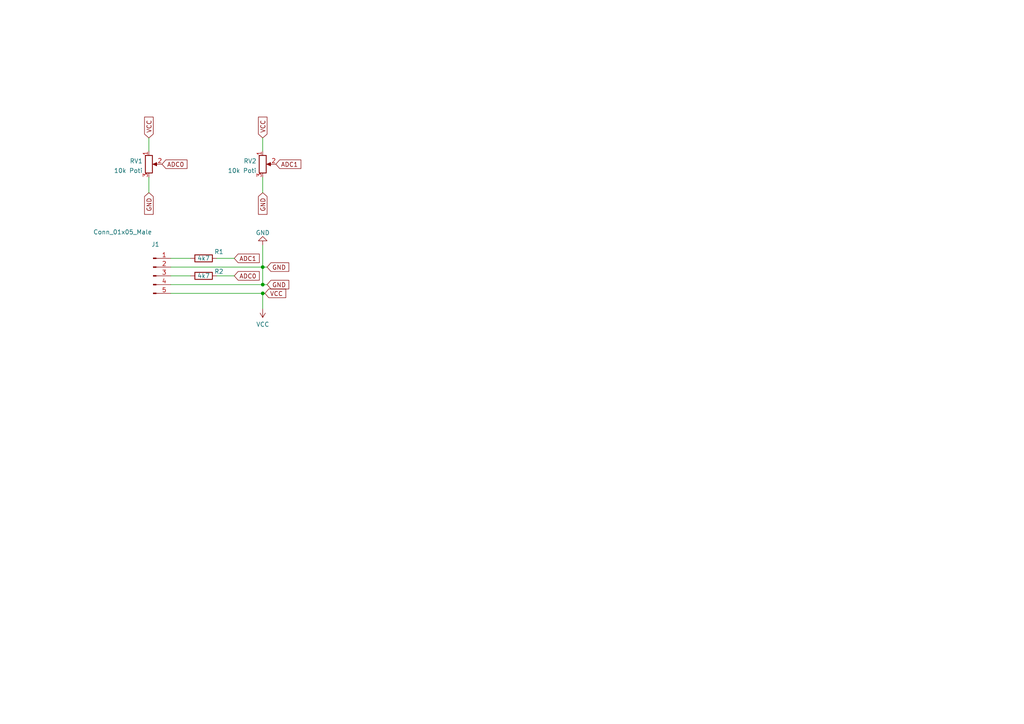
<source format=kicad_sch>
(kicad_sch (version 20211123) (generator eeschema)
  (paper "A4")
  (title_block (title "A³ Moc - Potiboard") (date "2022-09-27") (rev "v.0.3") (company "A3 Audio UG (haftungsbeschränkt)") (comment 1 "Felix Dahmen") (comment 3 "https://github.com/a3-audio/a3-hardware") (comment 4 "Licensed under CERN-OHL-S v2 or later"))
  (lib_symbols
    (symbol "Connector:Conn_01x05_Male" (pin_names (offset 1.016) hide)
      (property "Reference" "J" (at 0 7.62 0))
      (property "Value" "Conn_01x05_Male" (at 0 -7.62 0))
      (symbol "Conn_01x05_Male_1_1"
        (polyline (pts (xy 1.27 -5.08) (xy 0.8636 -5.08)) (stroke (width 0.1524)))
        (polyline (pts (xy 1.27 -2.54) (xy 0.8636 -2.54)) (stroke (width 0.1524)))
        (polyline (pts (xy 1.27 0) (xy 0.8636 0)) (stroke (width 0.1524)))
        (polyline (pts (xy 1.27 2.54) (xy 0.8636 2.54)) (stroke (width 0.1524)))
        (polyline (pts (xy 1.27 5.08) (xy 0.8636 5.08)) (stroke (width 0.1524)))
        (rectangle (start 0.8636 -4.953) (end 0 -5.207) (stroke (width 0.1524)) (fill (type outline)))
        (rectangle (start 0.8636 -2.413) (end 0 -2.667) (stroke (width 0.1524)) (fill (type outline)))
        (rectangle (start 0.8636 0.127) (end 0 -0.127) (stroke (width 0.1524)) (fill (type outline)))
        (rectangle (start 0.8636 2.667) (end 0 2.413) (stroke (width 0.1524)) (fill (type outline)))
        (rectangle (start 0.8636 5.207) (end 0 4.953) (stroke (width 0.1524)) (fill (type outline)))
        (pin passive line (at 5.08 5.08 180) (length 3.81) (name "Pin_1") (number "1"))
        (pin passive line (at 5.08 2.54 180) (length 3.81) (name "Pin_2") (number "2"))
        (pin passive line (at 5.08 0 180) (length 3.81) (name "Pin_3") (number "3"))
        (pin passive line (at 5.08 -2.54 180) (length 3.81) (name "Pin_4") (number "4"))
        (pin passive line (at 5.08 -5.08 180) (length 3.81) (name "Pin_5") (number "5"))
      )
    )
    (symbol "Device:R" (pin_numbers hide) (pin_names (offset 0))
      (property "Reference" "R" (at 2.032 0 90))
      (property "Value" "R" (at 0 0 90))
      (symbol "R_0_1"
        (rectangle (start -1.016 -2.54) (end 1.016 2.54) (stroke (width 0.254)))
      )
      (symbol "R_1_1"
        (pin passive line (at 0 3.81 270) (length 1.27) (name "~") (number "1"))
        (pin passive line (at 0 -3.81 90) (length 1.27) (name "~") (number "2"))
      )
    )
    (symbol "Device:R_Potentiometer" (pin_names (offset 1.016) hide)
      (property "Reference" "RV" (at -4.445 0 90))
      (property "Value" "R_Potentiometer" (at -2.54 0 90))
      (symbol "R_Potentiometer_0_1"
        (polyline (pts (xy 2.54 0) (xy 1.524 0)))
        (polyline (pts (xy 1.143 0) (xy 2.286 0.508) (xy 2.286 -0.508) (xy 1.143 0)) (fill (type outline)))
        (rectangle (start 1.016 2.54) (end -1.016 -2.54) (stroke (width 0.254)))
      )
      (symbol "R_Potentiometer_1_1"
        (pin passive line (at 0 3.81 270) (length 1.27) (name "1") (number "1"))
        (pin passive line (at 3.81 0 180) (length 1.27) (name "2") (number "2"))
        (pin passive line (at 0 -3.81 90) (length 1.27) (name "3") (number "3"))
      )
    )
    (symbol "power:GND" (power) (pin_names (offset 0))
      (property "Value" "GND" (at 0 -3.81 0))
      (symbol "GND_0_1"
        (polyline (pts (xy 0 0) (xy 0 -1.27) (xy 1.27 -1.27) (xy 0 -2.54) (xy -1.27 -1.27) (xy 0 -1.27)))
      )
      (symbol "GND_1_1"
        (pin power_in line (at 0 0 270) (length 0) hide (name "GND") (number "1"))
      )
    )
    (symbol "power:VCC" (power) (pin_names (offset 0))
      (property "Value" "VCC" (at 0 3.81 0))
      (symbol "VCC_0_1"
        (polyline (pts (xy -0.762 1.27) (xy 0 2.54)))
        (polyline (pts (xy 0 0) (xy 0 2.54)))
        (polyline (pts (xy 0 2.54) (xy 0.762 1.27)))
      )
      (symbol "VCC_1_1"
        (pin power_in line (at 0 0 90) (length 0) hide (name "VCC") (number "1"))
      )
    )
  )
  (junction (at 76.2 85.09))
  (junction (at 76.2 82.55))
  (junction (at 76.2 77.47))
  (wire (pts (xy 62.865 80.01) (xy 67.945 80.01)))
  (wire (pts (xy 76.2 82.55) (xy 77.47 82.55)))
  (wire (pts (xy 43.18 40.005) (xy 43.18 43.815)))
  (wire (pts (xy 62.865 74.93) (xy 67.945 74.93)))
  (wire (pts (xy 43.18 51.435) (xy 43.18 55.88)))
  (wire (pts (xy 49.53 74.93) (xy 55.245 74.93)))
  (wire (pts (xy 76.2 77.47) (xy 77.47 77.47)))
  (wire (pts (xy 76.2 85.09) (xy 76.835 85.09)))
  (wire (pts (xy 76.2 40.005) (xy 76.2 43.815)))
  (wire (pts (xy 76.2 85.09) (xy 76.2 89.535)))
  (wire (pts (xy 49.53 77.47) (xy 76.2 77.47)))
  (wire (pts (xy 49.53 85.09) (xy 76.2 85.09)))
  (wire (pts (xy 76.2 51.435) (xy 76.2 55.88)))
  (wire (pts (xy 76.2 77.47) (xy 76.2 82.55)))
  (wire (pts (xy 76.2 71.12) (xy 76.2 77.47)))
  (wire (pts (xy 49.53 82.55) (xy 76.2 82.55)))
  (wire (pts (xy 49.53 80.01) (xy 55.245 80.01)))
  (global_label "GND" (shape input) (at 77.47 82.55 0) (property "Intersheet References" "${INTERSHEET_REFS}" (effects hide)))
  (global_label "VCC" (shape input) (at 43.18 40.005 90) (property "Intersheet References" "${INTERSHEET_REFS}" (effects hide)))
  (global_label "ADC0" (shape input) (at 46.99 47.625 0) (property "Intersheet References" "${INTERSHEET_REFS}" (effects hide)))
  (global_label "GND" (shape input) (at 77.47 77.47 0) (property "Intersheet References" "${INTERSHEET_REFS}" (effects hide)))
  (global_label "ADC1" (shape input) (at 67.945 74.93 0) (property "Intersheet References" "${INTERSHEET_REFS}" (effects hide)))
  (global_label "GND" (shape input) (at 76.2 55.88 270) (property "Intersheet References" "${INTERSHEET_REFS}" (effects hide)))
  (global_label "VCC" (shape input) (at 76.835 85.09 0) (property "Intersheet References" "${INTERSHEET_REFS}" (effects hide)))
  (global_label "VCC" (shape input) (at 76.2 40.005 90) (property "Intersheet References" "${INTERSHEET_REFS}" (effects hide)))
  (global_label "GND" (shape input) (at 43.18 55.88 270) (property "Intersheet References" "${INTERSHEET_REFS}" (effects hide)))
  (global_label "ADC1" (shape input) (at 80.01 47.625 0) (property "Intersheet References" "${INTERSHEET_REFS}" (effects hide)))
  (global_label "ADC0" (shape input) (at 67.945 80.01 0) (property "Intersheet References" "${INTERSHEET_REFS}" (effects hide)))
  (symbol (lib_id "Device:R") (at 59.055 74.93 270) (unit 1)
    (property "Reference" "R1" (at 63.5 73.025 90))
    (property "Value" "4k7" (at 59.055 74.93 90))
    (property "Footprint" "Resistor_SMD:R_1206_3216Metric_Pad1.30x1.75mm_HandSolder" (effects hide))
  )
  (symbol (lib_id "Device:R_Potentiometer") (at 43.18 47.625 0) (unit 1)
    (property "Reference" "RV1" (at 41.4021 46.7165 0) (effects (justify right)))
    (property "Value" "10k Poti" (at 41.4021 49.4916 0) (effects (justify right)))
    (property "Footprint" "Potentiometer_THT:Potentiometer_Alpha_RD901F-40-00D_Single_Vertical_CircularHoles" (effects hide))
  )
  (symbol (lib_id "power:VCC") (at 76.2 89.535 180) (unit 1)
    (property "Reference" "#PWR02" (effects hide))
    (property "Value" "VCC" (at 76.2 94.0975 0))
  )
  (symbol (lib_id "power:GND") (at 76.2 71.12 180) (unit 1)
    (property "Reference" "#PWR01" (effects hide))
    (property "Value" "GND" (at 76.2 67.5155 0))
  )
  (symbol (lib_id "Connector:Conn_01x05_Male") (at 44.45 80.01 0) (unit 1)
    (property "Reference" "J1" (at 45.085 70.8873 0))
    (property "Value" "Conn_01x05_Male" (at 35.56 67.31 0))
    (property "Footprint" "3dAudioFoot:JST_XH_B5B-XH-A_1x05_P2.50mm_Vertical" (effects hide))
  )
  (symbol (lib_id "Device:R_Potentiometer") (at 76.2 47.625 0) (unit 1)
    (property "Reference" "RV2" (at 74.4221 46.7165 0) (effects (justify right)))
    (property "Value" "10k Poti" (at 74.4221 49.4916 0) (effects (justify right)))
    (property "Footprint" "Potentiometer_THT:Potentiometer_Alpha_RD901F-40-00D_Single_Vertical_CircularHoles" (effects hide))
  )
  (symbol (lib_id "Device:R") (at 59.055 80.01 90) (unit 1)
    (property "Reference" "R2" (at 63.5 78.74 90))
    (property "Value" "4k7" (at 59.055 80.01 90))
    (property "Footprint" "Resistor_SMD:R_1206_3216Metric_Pad1.30x1.75mm_HandSolder" (effects hide))
  )
)
</source>
